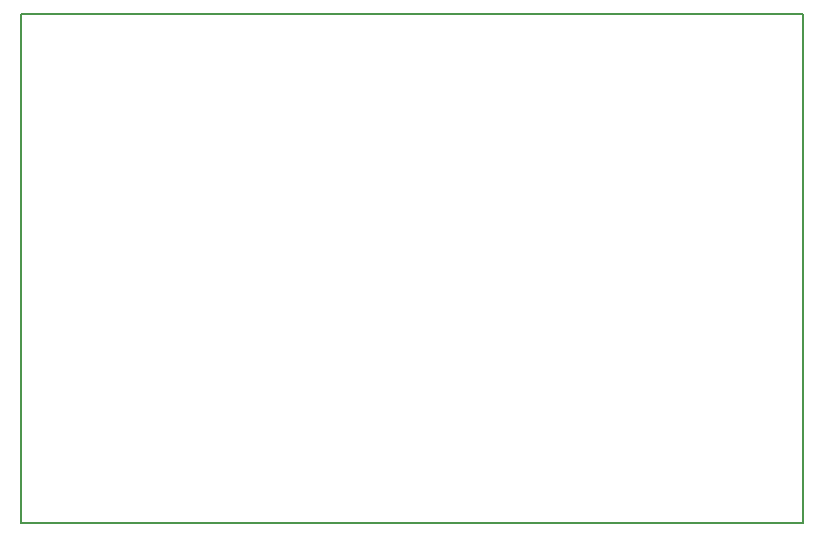
<source format=gm1>
G04*
G04 #@! TF.GenerationSoftware,Altium Limited,Altium NEXUS,1.1.6 (48)*
G04*
G04 Layer_Color=16711935*
%FSLAX25Y25*%
%MOIN*%
G70*
G01*
G75*
%ADD10C,0.00787*%
D10*
X126000Y-0D02*
X260700Y0D01*
X-0Y-0D02*
X126000D01*
X-0D02*
X0Y169600D01*
X260700D01*
Y0D02*
Y169600D01*
X0D02*
X260700Y169600D01*
X260700Y-0D02*
X260700Y169600D01*
X-0Y0D02*
X260700Y-0D01*
X-0Y0D02*
X0Y169600D01*
X260700Y169600D01*
X260700Y-0D02*
X260700Y169600D01*
X-0Y0D02*
X260700Y-0D01*
X-0Y0D02*
X0Y169600D01*
X260700Y0D02*
Y169600D01*
X0D02*
X260700D01*
X-0Y-0D02*
X0Y169600D01*
X-0Y-0D02*
X126000D01*
X260700Y0D01*
M02*

</source>
